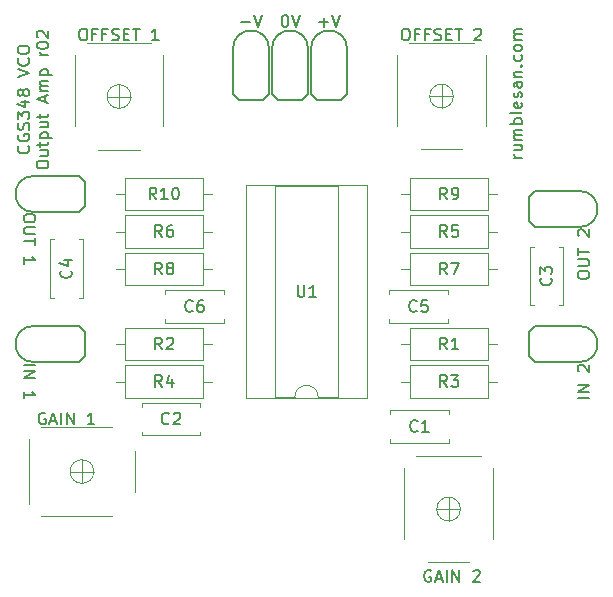
<source format=gto>
%TF.GenerationSoftware,KiCad,Pcbnew,(6.0.0-0)*%
%TF.CreationDate,2022-01-01T23:16:52+00:00*%
%TF.ProjectId,cgs348-vco-output-buffer,63677333-3438-42d7-9663-6f2d6f757470,rev?*%
%TF.SameCoordinates,Original*%
%TF.FileFunction,Legend,Top*%
%TF.FilePolarity,Positive*%
%FSLAX46Y46*%
G04 Gerber Fmt 4.6, Leading zero omitted, Abs format (unit mm)*
G04 Created by KiCad (PCBNEW (6.0.0-0)) date 2022-01-01 23:16:52*
%MOMM*%
%LPD*%
G01*
G04 APERTURE LIST*
%ADD10C,0.150000*%
%ADD11C,0.120000*%
%ADD12C,0.152400*%
G04 APERTURE END LIST*
D10*
X115395476Y-102941428D02*
X116157380Y-102941428D01*
X115776428Y-103322380D02*
X115776428Y-102560476D01*
X116490714Y-102322380D02*
X116824047Y-103322380D01*
X117157380Y-102322380D01*
X91352619Y-119427857D02*
X91352619Y-119618333D01*
X91305000Y-119713571D01*
X91209761Y-119808809D01*
X91019285Y-119856428D01*
X90685952Y-119856428D01*
X90495476Y-119808809D01*
X90400238Y-119713571D01*
X90352619Y-119618333D01*
X90352619Y-119427857D01*
X90400238Y-119332619D01*
X90495476Y-119237380D01*
X90685952Y-119189761D01*
X91019285Y-119189761D01*
X91209761Y-119237380D01*
X91305000Y-119332619D01*
X91352619Y-119427857D01*
X91352619Y-120285000D02*
X90543095Y-120285000D01*
X90447857Y-120332619D01*
X90400238Y-120380238D01*
X90352619Y-120475476D01*
X90352619Y-120665952D01*
X90400238Y-120761190D01*
X90447857Y-120808809D01*
X90543095Y-120856428D01*
X91352619Y-120856428D01*
X91352619Y-121189761D02*
X91352619Y-121761190D01*
X90352619Y-121475476D02*
X91352619Y-121475476D01*
X90352619Y-123380238D02*
X90352619Y-122808809D01*
X90352619Y-123094523D02*
X91352619Y-123094523D01*
X91209761Y-122999285D01*
X91114523Y-122904047D01*
X91066904Y-122808809D01*
X108791476Y-102941428D02*
X109553380Y-102941428D01*
X109886714Y-102322380D02*
X110220047Y-103322380D01*
X110553380Y-102322380D01*
X122610952Y-103465380D02*
X122801428Y-103465380D01*
X122896666Y-103513000D01*
X122991904Y-103608238D01*
X123039523Y-103798714D01*
X123039523Y-104132047D01*
X122991904Y-104322523D01*
X122896666Y-104417761D01*
X122801428Y-104465380D01*
X122610952Y-104465380D01*
X122515714Y-104417761D01*
X122420476Y-104322523D01*
X122372857Y-104132047D01*
X122372857Y-103798714D01*
X122420476Y-103608238D01*
X122515714Y-103513000D01*
X122610952Y-103465380D01*
X123801428Y-103941571D02*
X123468095Y-103941571D01*
X123468095Y-104465380D02*
X123468095Y-103465380D01*
X123944285Y-103465380D01*
X124658571Y-103941571D02*
X124325238Y-103941571D01*
X124325238Y-104465380D02*
X124325238Y-103465380D01*
X124801428Y-103465380D01*
X125134761Y-104417761D02*
X125277619Y-104465380D01*
X125515714Y-104465380D01*
X125610952Y-104417761D01*
X125658571Y-104370142D01*
X125706190Y-104274904D01*
X125706190Y-104179666D01*
X125658571Y-104084428D01*
X125610952Y-104036809D01*
X125515714Y-103989190D01*
X125325238Y-103941571D01*
X125230000Y-103893952D01*
X125182380Y-103846333D01*
X125134761Y-103751095D01*
X125134761Y-103655857D01*
X125182380Y-103560619D01*
X125230000Y-103513000D01*
X125325238Y-103465380D01*
X125563333Y-103465380D01*
X125706190Y-103513000D01*
X126134761Y-103941571D02*
X126468095Y-103941571D01*
X126610952Y-104465380D02*
X126134761Y-104465380D01*
X126134761Y-103465380D01*
X126610952Y-103465380D01*
X126896666Y-103465380D02*
X127468095Y-103465380D01*
X127182380Y-104465380D02*
X127182380Y-103465380D01*
X128515714Y-103560619D02*
X128563333Y-103513000D01*
X128658571Y-103465380D01*
X128896666Y-103465380D01*
X128991904Y-103513000D01*
X129039523Y-103560619D01*
X129087142Y-103655857D01*
X129087142Y-103751095D01*
X129039523Y-103893952D01*
X128468095Y-104465380D01*
X129087142Y-104465380D01*
X124833285Y-149360000D02*
X124738047Y-149312380D01*
X124595190Y-149312380D01*
X124452333Y-149360000D01*
X124357095Y-149455238D01*
X124309476Y-149550476D01*
X124261857Y-149740952D01*
X124261857Y-149883809D01*
X124309476Y-150074285D01*
X124357095Y-150169523D01*
X124452333Y-150264761D01*
X124595190Y-150312380D01*
X124690428Y-150312380D01*
X124833285Y-150264761D01*
X124880904Y-150217142D01*
X124880904Y-149883809D01*
X124690428Y-149883809D01*
X125261857Y-150026666D02*
X125738047Y-150026666D01*
X125166619Y-150312380D02*
X125499952Y-149312380D01*
X125833285Y-150312380D01*
X126166619Y-150312380D02*
X126166619Y-149312380D01*
X126642809Y-150312380D02*
X126642809Y-149312380D01*
X127214238Y-150312380D01*
X127214238Y-149312380D01*
X128404714Y-149407619D02*
X128452333Y-149360000D01*
X128547571Y-149312380D01*
X128785666Y-149312380D01*
X128880904Y-149360000D01*
X128928523Y-149407619D01*
X128976142Y-149502857D01*
X128976142Y-149598095D01*
X128928523Y-149740952D01*
X128357095Y-150312380D01*
X128976142Y-150312380D01*
X90352619Y-131969047D02*
X91352619Y-131969047D01*
X90352619Y-132445238D02*
X91352619Y-132445238D01*
X90352619Y-133016666D01*
X91352619Y-133016666D01*
X90352619Y-134778571D02*
X90352619Y-134207142D01*
X90352619Y-134492857D02*
X91352619Y-134492857D01*
X91209761Y-134397619D01*
X91114523Y-134302380D01*
X91066904Y-134207142D01*
X137247380Y-124412142D02*
X137247380Y-124221666D01*
X137295000Y-124126428D01*
X137390238Y-124031190D01*
X137580714Y-123983571D01*
X137914047Y-123983571D01*
X138104523Y-124031190D01*
X138199761Y-124126428D01*
X138247380Y-124221666D01*
X138247380Y-124412142D01*
X138199761Y-124507380D01*
X138104523Y-124602619D01*
X137914047Y-124650238D01*
X137580714Y-124650238D01*
X137390238Y-124602619D01*
X137295000Y-124507380D01*
X137247380Y-124412142D01*
X137247380Y-123555000D02*
X138056904Y-123555000D01*
X138152142Y-123507380D01*
X138199761Y-123459761D01*
X138247380Y-123364523D01*
X138247380Y-123174047D01*
X138199761Y-123078809D01*
X138152142Y-123031190D01*
X138056904Y-122983571D01*
X137247380Y-122983571D01*
X137247380Y-122650238D02*
X137247380Y-122078809D01*
X138247380Y-122364523D02*
X137247380Y-122364523D01*
X137342619Y-121031190D02*
X137295000Y-120983571D01*
X137247380Y-120888333D01*
X137247380Y-120650238D01*
X137295000Y-120555000D01*
X137342619Y-120507380D01*
X137437857Y-120459761D01*
X137533095Y-120459761D01*
X137675952Y-120507380D01*
X138247380Y-121078809D01*
X138247380Y-120459761D01*
X132532380Y-114394571D02*
X131865714Y-114394571D01*
X132056190Y-114394571D02*
X131960952Y-114346952D01*
X131913333Y-114299333D01*
X131865714Y-114204095D01*
X131865714Y-114108857D01*
X131865714Y-113346952D02*
X132532380Y-113346952D01*
X131865714Y-113775523D02*
X132389523Y-113775523D01*
X132484761Y-113727904D01*
X132532380Y-113632666D01*
X132532380Y-113489809D01*
X132484761Y-113394571D01*
X132437142Y-113346952D01*
X132532380Y-112870761D02*
X131865714Y-112870761D01*
X131960952Y-112870761D02*
X131913333Y-112823142D01*
X131865714Y-112727904D01*
X131865714Y-112585047D01*
X131913333Y-112489809D01*
X132008571Y-112442190D01*
X132532380Y-112442190D01*
X132008571Y-112442190D02*
X131913333Y-112394571D01*
X131865714Y-112299333D01*
X131865714Y-112156476D01*
X131913333Y-112061238D01*
X132008571Y-112013619D01*
X132532380Y-112013619D01*
X132532380Y-111537428D02*
X131532380Y-111537428D01*
X131913333Y-111537428D02*
X131865714Y-111442190D01*
X131865714Y-111251714D01*
X131913333Y-111156476D01*
X131960952Y-111108857D01*
X132056190Y-111061238D01*
X132341904Y-111061238D01*
X132437142Y-111108857D01*
X132484761Y-111156476D01*
X132532380Y-111251714D01*
X132532380Y-111442190D01*
X132484761Y-111537428D01*
X132532380Y-110489809D02*
X132484761Y-110585047D01*
X132389523Y-110632666D01*
X131532380Y-110632666D01*
X132484761Y-109727904D02*
X132532380Y-109823142D01*
X132532380Y-110013619D01*
X132484761Y-110108857D01*
X132389523Y-110156476D01*
X132008571Y-110156476D01*
X131913333Y-110108857D01*
X131865714Y-110013619D01*
X131865714Y-109823142D01*
X131913333Y-109727904D01*
X132008571Y-109680285D01*
X132103809Y-109680285D01*
X132199047Y-110156476D01*
X132484761Y-109299333D02*
X132532380Y-109204095D01*
X132532380Y-109013619D01*
X132484761Y-108918380D01*
X132389523Y-108870761D01*
X132341904Y-108870761D01*
X132246666Y-108918380D01*
X132199047Y-109013619D01*
X132199047Y-109156476D01*
X132151428Y-109251714D01*
X132056190Y-109299333D01*
X132008571Y-109299333D01*
X131913333Y-109251714D01*
X131865714Y-109156476D01*
X131865714Y-109013619D01*
X131913333Y-108918380D01*
X132532380Y-108013619D02*
X132008571Y-108013619D01*
X131913333Y-108061238D01*
X131865714Y-108156476D01*
X131865714Y-108346952D01*
X131913333Y-108442190D01*
X132484761Y-108013619D02*
X132532380Y-108108857D01*
X132532380Y-108346952D01*
X132484761Y-108442190D01*
X132389523Y-108489809D01*
X132294285Y-108489809D01*
X132199047Y-108442190D01*
X132151428Y-108346952D01*
X132151428Y-108108857D01*
X132103809Y-108013619D01*
X131865714Y-107537428D02*
X132532380Y-107537428D01*
X131960952Y-107537428D02*
X131913333Y-107489809D01*
X131865714Y-107394571D01*
X131865714Y-107251714D01*
X131913333Y-107156476D01*
X132008571Y-107108857D01*
X132532380Y-107108857D01*
X132437142Y-106632666D02*
X132484761Y-106585047D01*
X132532380Y-106632666D01*
X132484761Y-106680285D01*
X132437142Y-106632666D01*
X132532380Y-106632666D01*
X132484761Y-105727904D02*
X132532380Y-105823142D01*
X132532380Y-106013619D01*
X132484761Y-106108857D01*
X132437142Y-106156476D01*
X132341904Y-106204095D01*
X132056190Y-106204095D01*
X131960952Y-106156476D01*
X131913333Y-106108857D01*
X131865714Y-106013619D01*
X131865714Y-105823142D01*
X131913333Y-105727904D01*
X132532380Y-105156476D02*
X132484761Y-105251714D01*
X132437142Y-105299333D01*
X132341904Y-105346952D01*
X132056190Y-105346952D01*
X131960952Y-105299333D01*
X131913333Y-105251714D01*
X131865714Y-105156476D01*
X131865714Y-105013619D01*
X131913333Y-104918380D01*
X131960952Y-104870761D01*
X132056190Y-104823142D01*
X132341904Y-104823142D01*
X132437142Y-104870761D01*
X132484761Y-104918380D01*
X132532380Y-105013619D01*
X132532380Y-105156476D01*
X132532380Y-104394571D02*
X131865714Y-104394571D01*
X131960952Y-104394571D02*
X131913333Y-104346952D01*
X131865714Y-104251714D01*
X131865714Y-104108857D01*
X131913333Y-104013619D01*
X132008571Y-103966000D01*
X132532380Y-103966000D01*
X132008571Y-103966000D02*
X131913333Y-103918380D01*
X131865714Y-103823142D01*
X131865714Y-103680285D01*
X131913333Y-103585047D01*
X132008571Y-103537428D01*
X132532380Y-103537428D01*
X112426809Y-102322380D02*
X112522047Y-102322380D01*
X112617285Y-102370000D01*
X112664904Y-102417619D01*
X112712523Y-102512857D01*
X112760142Y-102703333D01*
X112760142Y-102941428D01*
X112712523Y-103131904D01*
X112664904Y-103227142D01*
X112617285Y-103274761D01*
X112522047Y-103322380D01*
X112426809Y-103322380D01*
X112331571Y-103274761D01*
X112283952Y-103227142D01*
X112236333Y-103131904D01*
X112188714Y-102941428D01*
X112188714Y-102703333D01*
X112236333Y-102512857D01*
X112283952Y-102417619D01*
X112331571Y-102370000D01*
X112426809Y-102322380D01*
X113045857Y-102322380D02*
X113379190Y-103322380D01*
X113712523Y-102322380D01*
X92194285Y-136025000D02*
X92099047Y-135977380D01*
X91956190Y-135977380D01*
X91813333Y-136025000D01*
X91718095Y-136120238D01*
X91670476Y-136215476D01*
X91622857Y-136405952D01*
X91622857Y-136548809D01*
X91670476Y-136739285D01*
X91718095Y-136834523D01*
X91813333Y-136929761D01*
X91956190Y-136977380D01*
X92051428Y-136977380D01*
X92194285Y-136929761D01*
X92241904Y-136882142D01*
X92241904Y-136548809D01*
X92051428Y-136548809D01*
X92622857Y-136691666D02*
X93099047Y-136691666D01*
X92527619Y-136977380D02*
X92860952Y-135977380D01*
X93194285Y-136977380D01*
X93527619Y-136977380D02*
X93527619Y-135977380D01*
X94003809Y-136977380D02*
X94003809Y-135977380D01*
X94575238Y-136977380D01*
X94575238Y-135977380D01*
X96337142Y-136977380D02*
X95765714Y-136977380D01*
X96051428Y-136977380D02*
X96051428Y-135977380D01*
X95956190Y-136120238D01*
X95860952Y-136215476D01*
X95765714Y-136263095D01*
X138247380Y-134730952D02*
X137247380Y-134730952D01*
X138247380Y-134254761D02*
X137247380Y-134254761D01*
X138247380Y-133683333D01*
X137247380Y-133683333D01*
X137342619Y-132492857D02*
X137295000Y-132445238D01*
X137247380Y-132350000D01*
X137247380Y-132111904D01*
X137295000Y-132016666D01*
X137342619Y-131969047D01*
X137437857Y-131921428D01*
X137533095Y-131921428D01*
X137675952Y-131969047D01*
X138247380Y-132540476D01*
X138247380Y-131921428D01*
X95305952Y-103465380D02*
X95496428Y-103465380D01*
X95591666Y-103513000D01*
X95686904Y-103608238D01*
X95734523Y-103798714D01*
X95734523Y-104132047D01*
X95686904Y-104322523D01*
X95591666Y-104417761D01*
X95496428Y-104465380D01*
X95305952Y-104465380D01*
X95210714Y-104417761D01*
X95115476Y-104322523D01*
X95067857Y-104132047D01*
X95067857Y-103798714D01*
X95115476Y-103608238D01*
X95210714Y-103513000D01*
X95305952Y-103465380D01*
X96496428Y-103941571D02*
X96163095Y-103941571D01*
X96163095Y-104465380D02*
X96163095Y-103465380D01*
X96639285Y-103465380D01*
X97353571Y-103941571D02*
X97020238Y-103941571D01*
X97020238Y-104465380D02*
X97020238Y-103465380D01*
X97496428Y-103465380D01*
X97829761Y-104417761D02*
X97972619Y-104465380D01*
X98210714Y-104465380D01*
X98305952Y-104417761D01*
X98353571Y-104370142D01*
X98401190Y-104274904D01*
X98401190Y-104179666D01*
X98353571Y-104084428D01*
X98305952Y-104036809D01*
X98210714Y-103989190D01*
X98020238Y-103941571D01*
X97925000Y-103893952D01*
X97877380Y-103846333D01*
X97829761Y-103751095D01*
X97829761Y-103655857D01*
X97877380Y-103560619D01*
X97925000Y-103513000D01*
X98020238Y-103465380D01*
X98258333Y-103465380D01*
X98401190Y-103513000D01*
X98829761Y-103941571D02*
X99163095Y-103941571D01*
X99305952Y-104465380D02*
X98829761Y-104465380D01*
X98829761Y-103465380D01*
X99305952Y-103465380D01*
X99591666Y-103465380D02*
X100163095Y-103465380D01*
X99877380Y-104465380D02*
X99877380Y-103465380D01*
X101782142Y-104465380D02*
X101210714Y-104465380D01*
X101496428Y-104465380D02*
X101496428Y-103465380D01*
X101401190Y-103608238D01*
X101305952Y-103703476D01*
X101210714Y-103751095D01*
X90738142Y-113402571D02*
X90785761Y-113450190D01*
X90833380Y-113593047D01*
X90833380Y-113688285D01*
X90785761Y-113831142D01*
X90690523Y-113926380D01*
X90595285Y-113974000D01*
X90404809Y-114021619D01*
X90261952Y-114021619D01*
X90071476Y-113974000D01*
X89976238Y-113926380D01*
X89881000Y-113831142D01*
X89833380Y-113688285D01*
X89833380Y-113593047D01*
X89881000Y-113450190D01*
X89928619Y-113402571D01*
X89881000Y-112450190D02*
X89833380Y-112545428D01*
X89833380Y-112688285D01*
X89881000Y-112831142D01*
X89976238Y-112926380D01*
X90071476Y-112974000D01*
X90261952Y-113021619D01*
X90404809Y-113021619D01*
X90595285Y-112974000D01*
X90690523Y-112926380D01*
X90785761Y-112831142D01*
X90833380Y-112688285D01*
X90833380Y-112593047D01*
X90785761Y-112450190D01*
X90738142Y-112402571D01*
X90404809Y-112402571D01*
X90404809Y-112593047D01*
X90785761Y-112021619D02*
X90833380Y-111878761D01*
X90833380Y-111640666D01*
X90785761Y-111545428D01*
X90738142Y-111497809D01*
X90642904Y-111450190D01*
X90547666Y-111450190D01*
X90452428Y-111497809D01*
X90404809Y-111545428D01*
X90357190Y-111640666D01*
X90309571Y-111831142D01*
X90261952Y-111926380D01*
X90214333Y-111974000D01*
X90119095Y-112021619D01*
X90023857Y-112021619D01*
X89928619Y-111974000D01*
X89881000Y-111926380D01*
X89833380Y-111831142D01*
X89833380Y-111593047D01*
X89881000Y-111450190D01*
X89833380Y-111116857D02*
X89833380Y-110497809D01*
X90214333Y-110831142D01*
X90214333Y-110688285D01*
X90261952Y-110593047D01*
X90309571Y-110545428D01*
X90404809Y-110497809D01*
X90642904Y-110497809D01*
X90738142Y-110545428D01*
X90785761Y-110593047D01*
X90833380Y-110688285D01*
X90833380Y-110974000D01*
X90785761Y-111069238D01*
X90738142Y-111116857D01*
X90166714Y-109640666D02*
X90833380Y-109640666D01*
X89785761Y-109878761D02*
X90500047Y-110116857D01*
X90500047Y-109497809D01*
X90261952Y-108974000D02*
X90214333Y-109069238D01*
X90166714Y-109116857D01*
X90071476Y-109164476D01*
X90023857Y-109164476D01*
X89928619Y-109116857D01*
X89881000Y-109069238D01*
X89833380Y-108974000D01*
X89833380Y-108783523D01*
X89881000Y-108688285D01*
X89928619Y-108640666D01*
X90023857Y-108593047D01*
X90071476Y-108593047D01*
X90166714Y-108640666D01*
X90214333Y-108688285D01*
X90261952Y-108783523D01*
X90261952Y-108974000D01*
X90309571Y-109069238D01*
X90357190Y-109116857D01*
X90452428Y-109164476D01*
X90642904Y-109164476D01*
X90738142Y-109116857D01*
X90785761Y-109069238D01*
X90833380Y-108974000D01*
X90833380Y-108783523D01*
X90785761Y-108688285D01*
X90738142Y-108640666D01*
X90642904Y-108593047D01*
X90452428Y-108593047D01*
X90357190Y-108640666D01*
X90309571Y-108688285D01*
X90261952Y-108783523D01*
X89833380Y-107545428D02*
X90833380Y-107212095D01*
X89833380Y-106878761D01*
X90738142Y-105974000D02*
X90785761Y-106021619D01*
X90833380Y-106164476D01*
X90833380Y-106259714D01*
X90785761Y-106402571D01*
X90690523Y-106497809D01*
X90595285Y-106545428D01*
X90404809Y-106593047D01*
X90261952Y-106593047D01*
X90071476Y-106545428D01*
X89976238Y-106497809D01*
X89881000Y-106402571D01*
X89833380Y-106259714D01*
X89833380Y-106164476D01*
X89881000Y-106021619D01*
X89928619Y-105974000D01*
X89833380Y-105354952D02*
X89833380Y-105164476D01*
X89881000Y-105069238D01*
X89976238Y-104974000D01*
X90166714Y-104926380D01*
X90500047Y-104926380D01*
X90690523Y-104974000D01*
X90785761Y-105069238D01*
X90833380Y-105164476D01*
X90833380Y-105354952D01*
X90785761Y-105450190D01*
X90690523Y-105545428D01*
X90500047Y-105593047D01*
X90166714Y-105593047D01*
X89976238Y-105545428D01*
X89881000Y-105450190D01*
X89833380Y-105354952D01*
X91443380Y-115069238D02*
X91443380Y-114878761D01*
X91491000Y-114783523D01*
X91586238Y-114688285D01*
X91776714Y-114640666D01*
X92110047Y-114640666D01*
X92300523Y-114688285D01*
X92395761Y-114783523D01*
X92443380Y-114878761D01*
X92443380Y-115069238D01*
X92395761Y-115164476D01*
X92300523Y-115259714D01*
X92110047Y-115307333D01*
X91776714Y-115307333D01*
X91586238Y-115259714D01*
X91491000Y-115164476D01*
X91443380Y-115069238D01*
X91776714Y-113783523D02*
X92443380Y-113783523D01*
X91776714Y-114212095D02*
X92300523Y-114212095D01*
X92395761Y-114164476D01*
X92443380Y-114069238D01*
X92443380Y-113926380D01*
X92395761Y-113831142D01*
X92348142Y-113783523D01*
X91776714Y-113450190D02*
X91776714Y-113069238D01*
X91443380Y-113307333D02*
X92300523Y-113307333D01*
X92395761Y-113259714D01*
X92443380Y-113164476D01*
X92443380Y-113069238D01*
X91776714Y-112735904D02*
X92776714Y-112735904D01*
X91824333Y-112735904D02*
X91776714Y-112640666D01*
X91776714Y-112450190D01*
X91824333Y-112354952D01*
X91871952Y-112307333D01*
X91967190Y-112259714D01*
X92252904Y-112259714D01*
X92348142Y-112307333D01*
X92395761Y-112354952D01*
X92443380Y-112450190D01*
X92443380Y-112640666D01*
X92395761Y-112735904D01*
X91776714Y-111402571D02*
X92443380Y-111402571D01*
X91776714Y-111831142D02*
X92300523Y-111831142D01*
X92395761Y-111783523D01*
X92443380Y-111688285D01*
X92443380Y-111545428D01*
X92395761Y-111450190D01*
X92348142Y-111402571D01*
X91776714Y-111069238D02*
X91776714Y-110688285D01*
X91443380Y-110926380D02*
X92300523Y-110926380D01*
X92395761Y-110878761D01*
X92443380Y-110783523D01*
X92443380Y-110688285D01*
X92157666Y-109640666D02*
X92157666Y-109164476D01*
X92443380Y-109735904D02*
X91443380Y-109402571D01*
X92443380Y-109069238D01*
X92443380Y-108735904D02*
X91776714Y-108735904D01*
X91871952Y-108735904D02*
X91824333Y-108688285D01*
X91776714Y-108593047D01*
X91776714Y-108450190D01*
X91824333Y-108354952D01*
X91919571Y-108307333D01*
X92443380Y-108307333D01*
X91919571Y-108307333D02*
X91824333Y-108259714D01*
X91776714Y-108164476D01*
X91776714Y-108021619D01*
X91824333Y-107926380D01*
X91919571Y-107878761D01*
X92443380Y-107878761D01*
X91776714Y-107402571D02*
X92776714Y-107402571D01*
X91824333Y-107402571D02*
X91776714Y-107307333D01*
X91776714Y-107116857D01*
X91824333Y-107021619D01*
X91871952Y-106974000D01*
X91967190Y-106926380D01*
X92252904Y-106926380D01*
X92348142Y-106974000D01*
X92395761Y-107021619D01*
X92443380Y-107116857D01*
X92443380Y-107307333D01*
X92395761Y-107402571D01*
X92443380Y-105735904D02*
X91776714Y-105735904D01*
X91967190Y-105735904D02*
X91871952Y-105688285D01*
X91824333Y-105640666D01*
X91776714Y-105545428D01*
X91776714Y-105450190D01*
X91443380Y-104926380D02*
X91443380Y-104831142D01*
X91491000Y-104735904D01*
X91538619Y-104688285D01*
X91633857Y-104640666D01*
X91824333Y-104593047D01*
X92062428Y-104593047D01*
X92252904Y-104640666D01*
X92348142Y-104688285D01*
X92395761Y-104735904D01*
X92443380Y-104831142D01*
X92443380Y-104926380D01*
X92395761Y-105021619D01*
X92348142Y-105069238D01*
X92252904Y-105116857D01*
X92062428Y-105164476D01*
X91824333Y-105164476D01*
X91633857Y-105116857D01*
X91538619Y-105069238D01*
X91491000Y-105021619D01*
X91443380Y-104926380D01*
X91538619Y-104212095D02*
X91491000Y-104164476D01*
X91443380Y-104069238D01*
X91443380Y-103831142D01*
X91491000Y-103735904D01*
X91538619Y-103688285D01*
X91633857Y-103640666D01*
X91729095Y-103640666D01*
X91871952Y-103688285D01*
X92443380Y-104259714D01*
X92443380Y-103640666D01*
%TO.C,C1*%
X123698333Y-137517142D02*
X123650714Y-137564761D01*
X123507857Y-137612380D01*
X123412619Y-137612380D01*
X123269761Y-137564761D01*
X123174523Y-137469523D01*
X123126904Y-137374285D01*
X123079285Y-137183809D01*
X123079285Y-137040952D01*
X123126904Y-136850476D01*
X123174523Y-136755238D01*
X123269761Y-136660000D01*
X123412619Y-136612380D01*
X123507857Y-136612380D01*
X123650714Y-136660000D01*
X123698333Y-136707619D01*
X124650714Y-137612380D02*
X124079285Y-137612380D01*
X124365000Y-137612380D02*
X124365000Y-136612380D01*
X124269761Y-136755238D01*
X124174523Y-136850476D01*
X124079285Y-136898095D01*
%TO.C,C2*%
X102663333Y-136882142D02*
X102615714Y-136929761D01*
X102472857Y-136977380D01*
X102377619Y-136977380D01*
X102234761Y-136929761D01*
X102139523Y-136834523D01*
X102091904Y-136739285D01*
X102044285Y-136548809D01*
X102044285Y-136405952D01*
X102091904Y-136215476D01*
X102139523Y-136120238D01*
X102234761Y-136025000D01*
X102377619Y-135977380D01*
X102472857Y-135977380D01*
X102615714Y-136025000D01*
X102663333Y-136072619D01*
X103044285Y-136072619D02*
X103091904Y-136025000D01*
X103187142Y-135977380D01*
X103425238Y-135977380D01*
X103520476Y-136025000D01*
X103568095Y-136072619D01*
X103615714Y-136167857D01*
X103615714Y-136263095D01*
X103568095Y-136405952D01*
X102996666Y-136977380D01*
X103615714Y-136977380D01*
%TO.C,R1*%
X126198333Y-130627380D02*
X125865000Y-130151190D01*
X125626904Y-130627380D02*
X125626904Y-129627380D01*
X126007857Y-129627380D01*
X126103095Y-129675000D01*
X126150714Y-129722619D01*
X126198333Y-129817857D01*
X126198333Y-129960714D01*
X126150714Y-130055952D01*
X126103095Y-130103571D01*
X126007857Y-130151190D01*
X125626904Y-130151190D01*
X127150714Y-130627380D02*
X126579285Y-130627380D01*
X126865000Y-130627380D02*
X126865000Y-129627380D01*
X126769761Y-129770238D01*
X126674523Y-129865476D01*
X126579285Y-129913095D01*
%TO.C,R2*%
X102068333Y-130627380D02*
X101735000Y-130151190D01*
X101496904Y-130627380D02*
X101496904Y-129627380D01*
X101877857Y-129627380D01*
X101973095Y-129675000D01*
X102020714Y-129722619D01*
X102068333Y-129817857D01*
X102068333Y-129960714D01*
X102020714Y-130055952D01*
X101973095Y-130103571D01*
X101877857Y-130151190D01*
X101496904Y-130151190D01*
X102449285Y-129722619D02*
X102496904Y-129675000D01*
X102592142Y-129627380D01*
X102830238Y-129627380D01*
X102925476Y-129675000D01*
X102973095Y-129722619D01*
X103020714Y-129817857D01*
X103020714Y-129913095D01*
X102973095Y-130055952D01*
X102401666Y-130627380D01*
X103020714Y-130627380D01*
%TO.C,R3*%
X126198333Y-133802380D02*
X125865000Y-133326190D01*
X125626904Y-133802380D02*
X125626904Y-132802380D01*
X126007857Y-132802380D01*
X126103095Y-132850000D01*
X126150714Y-132897619D01*
X126198333Y-132992857D01*
X126198333Y-133135714D01*
X126150714Y-133230952D01*
X126103095Y-133278571D01*
X126007857Y-133326190D01*
X125626904Y-133326190D01*
X126531666Y-132802380D02*
X127150714Y-132802380D01*
X126817380Y-133183333D01*
X126960238Y-133183333D01*
X127055476Y-133230952D01*
X127103095Y-133278571D01*
X127150714Y-133373809D01*
X127150714Y-133611904D01*
X127103095Y-133707142D01*
X127055476Y-133754761D01*
X126960238Y-133802380D01*
X126674523Y-133802380D01*
X126579285Y-133754761D01*
X126531666Y-133707142D01*
%TO.C,R4*%
X102068333Y-133802380D02*
X101735000Y-133326190D01*
X101496904Y-133802380D02*
X101496904Y-132802380D01*
X101877857Y-132802380D01*
X101973095Y-132850000D01*
X102020714Y-132897619D01*
X102068333Y-132992857D01*
X102068333Y-133135714D01*
X102020714Y-133230952D01*
X101973095Y-133278571D01*
X101877857Y-133326190D01*
X101496904Y-133326190D01*
X102925476Y-133135714D02*
X102925476Y-133802380D01*
X102687380Y-132754761D02*
X102449285Y-133469047D01*
X103068333Y-133469047D01*
%TO.C,R5*%
X126198333Y-121102380D02*
X125865000Y-120626190D01*
X125626904Y-121102380D02*
X125626904Y-120102380D01*
X126007857Y-120102380D01*
X126103095Y-120150000D01*
X126150714Y-120197619D01*
X126198333Y-120292857D01*
X126198333Y-120435714D01*
X126150714Y-120530952D01*
X126103095Y-120578571D01*
X126007857Y-120626190D01*
X125626904Y-120626190D01*
X127103095Y-120102380D02*
X126626904Y-120102380D01*
X126579285Y-120578571D01*
X126626904Y-120530952D01*
X126722142Y-120483333D01*
X126960238Y-120483333D01*
X127055476Y-120530952D01*
X127103095Y-120578571D01*
X127150714Y-120673809D01*
X127150714Y-120911904D01*
X127103095Y-121007142D01*
X127055476Y-121054761D01*
X126960238Y-121102380D01*
X126722142Y-121102380D01*
X126626904Y-121054761D01*
X126579285Y-121007142D01*
%TO.C,R6*%
X102068333Y-121102380D02*
X101735000Y-120626190D01*
X101496904Y-121102380D02*
X101496904Y-120102380D01*
X101877857Y-120102380D01*
X101973095Y-120150000D01*
X102020714Y-120197619D01*
X102068333Y-120292857D01*
X102068333Y-120435714D01*
X102020714Y-120530952D01*
X101973095Y-120578571D01*
X101877857Y-120626190D01*
X101496904Y-120626190D01*
X102925476Y-120102380D02*
X102735000Y-120102380D01*
X102639761Y-120150000D01*
X102592142Y-120197619D01*
X102496904Y-120340476D01*
X102449285Y-120530952D01*
X102449285Y-120911904D01*
X102496904Y-121007142D01*
X102544523Y-121054761D01*
X102639761Y-121102380D01*
X102830238Y-121102380D01*
X102925476Y-121054761D01*
X102973095Y-121007142D01*
X103020714Y-120911904D01*
X103020714Y-120673809D01*
X102973095Y-120578571D01*
X102925476Y-120530952D01*
X102830238Y-120483333D01*
X102639761Y-120483333D01*
X102544523Y-120530952D01*
X102496904Y-120578571D01*
X102449285Y-120673809D01*
%TO.C,R7*%
X126198333Y-124277380D02*
X125865000Y-123801190D01*
X125626904Y-124277380D02*
X125626904Y-123277380D01*
X126007857Y-123277380D01*
X126103095Y-123325000D01*
X126150714Y-123372619D01*
X126198333Y-123467857D01*
X126198333Y-123610714D01*
X126150714Y-123705952D01*
X126103095Y-123753571D01*
X126007857Y-123801190D01*
X125626904Y-123801190D01*
X126531666Y-123277380D02*
X127198333Y-123277380D01*
X126769761Y-124277380D01*
%TO.C,R8*%
X102068333Y-124277380D02*
X101735000Y-123801190D01*
X101496904Y-124277380D02*
X101496904Y-123277380D01*
X101877857Y-123277380D01*
X101973095Y-123325000D01*
X102020714Y-123372619D01*
X102068333Y-123467857D01*
X102068333Y-123610714D01*
X102020714Y-123705952D01*
X101973095Y-123753571D01*
X101877857Y-123801190D01*
X101496904Y-123801190D01*
X102639761Y-123705952D02*
X102544523Y-123658333D01*
X102496904Y-123610714D01*
X102449285Y-123515476D01*
X102449285Y-123467857D01*
X102496904Y-123372619D01*
X102544523Y-123325000D01*
X102639761Y-123277380D01*
X102830238Y-123277380D01*
X102925476Y-123325000D01*
X102973095Y-123372619D01*
X103020714Y-123467857D01*
X103020714Y-123515476D01*
X102973095Y-123610714D01*
X102925476Y-123658333D01*
X102830238Y-123705952D01*
X102639761Y-123705952D01*
X102544523Y-123753571D01*
X102496904Y-123801190D01*
X102449285Y-123896428D01*
X102449285Y-124086904D01*
X102496904Y-124182142D01*
X102544523Y-124229761D01*
X102639761Y-124277380D01*
X102830238Y-124277380D01*
X102925476Y-124229761D01*
X102973095Y-124182142D01*
X103020714Y-124086904D01*
X103020714Y-123896428D01*
X102973095Y-123801190D01*
X102925476Y-123753571D01*
X102830238Y-123705952D01*
%TO.C,U1*%
X113538095Y-125182380D02*
X113538095Y-125991904D01*
X113585714Y-126087142D01*
X113633333Y-126134761D01*
X113728571Y-126182380D01*
X113919047Y-126182380D01*
X114014285Y-126134761D01*
X114061904Y-126087142D01*
X114109523Y-125991904D01*
X114109523Y-125182380D01*
X115109523Y-126182380D02*
X114538095Y-126182380D01*
X114823809Y-126182380D02*
X114823809Y-125182380D01*
X114728571Y-125325238D01*
X114633333Y-125420476D01*
X114538095Y-125468095D01*
%TO.C,R9*%
X126198333Y-117927380D02*
X125865000Y-117451190D01*
X125626904Y-117927380D02*
X125626904Y-116927380D01*
X126007857Y-116927380D01*
X126103095Y-116975000D01*
X126150714Y-117022619D01*
X126198333Y-117117857D01*
X126198333Y-117260714D01*
X126150714Y-117355952D01*
X126103095Y-117403571D01*
X126007857Y-117451190D01*
X125626904Y-117451190D01*
X126674523Y-117927380D02*
X126865000Y-117927380D01*
X126960238Y-117879761D01*
X127007857Y-117832142D01*
X127103095Y-117689285D01*
X127150714Y-117498809D01*
X127150714Y-117117857D01*
X127103095Y-117022619D01*
X127055476Y-116975000D01*
X126960238Y-116927380D01*
X126769761Y-116927380D01*
X126674523Y-116975000D01*
X126626904Y-117022619D01*
X126579285Y-117117857D01*
X126579285Y-117355952D01*
X126626904Y-117451190D01*
X126674523Y-117498809D01*
X126769761Y-117546428D01*
X126960238Y-117546428D01*
X127055476Y-117498809D01*
X127103095Y-117451190D01*
X127150714Y-117355952D01*
%TO.C,R10*%
X101592142Y-117927380D02*
X101258809Y-117451190D01*
X101020714Y-117927380D02*
X101020714Y-116927380D01*
X101401666Y-116927380D01*
X101496904Y-116975000D01*
X101544523Y-117022619D01*
X101592142Y-117117857D01*
X101592142Y-117260714D01*
X101544523Y-117355952D01*
X101496904Y-117403571D01*
X101401666Y-117451190D01*
X101020714Y-117451190D01*
X102544523Y-117927380D02*
X101973095Y-117927380D01*
X102258809Y-117927380D02*
X102258809Y-116927380D01*
X102163571Y-117070238D01*
X102068333Y-117165476D01*
X101973095Y-117213095D01*
X103163571Y-116927380D02*
X103258809Y-116927380D01*
X103354047Y-116975000D01*
X103401666Y-117022619D01*
X103449285Y-117117857D01*
X103496904Y-117308333D01*
X103496904Y-117546428D01*
X103449285Y-117736904D01*
X103401666Y-117832142D01*
X103354047Y-117879761D01*
X103258809Y-117927380D01*
X103163571Y-117927380D01*
X103068333Y-117879761D01*
X103020714Y-117832142D01*
X102973095Y-117736904D01*
X102925476Y-117546428D01*
X102925476Y-117308333D01*
X102973095Y-117117857D01*
X103020714Y-117022619D01*
X103068333Y-116975000D01*
X103163571Y-116927380D01*
%TO.C,C5*%
X123618333Y-127357142D02*
X123570714Y-127404761D01*
X123427857Y-127452380D01*
X123332619Y-127452380D01*
X123189761Y-127404761D01*
X123094523Y-127309523D01*
X123046904Y-127214285D01*
X122999285Y-127023809D01*
X122999285Y-126880952D01*
X123046904Y-126690476D01*
X123094523Y-126595238D01*
X123189761Y-126500000D01*
X123332619Y-126452380D01*
X123427857Y-126452380D01*
X123570714Y-126500000D01*
X123618333Y-126547619D01*
X124523095Y-126452380D02*
X124046904Y-126452380D01*
X123999285Y-126928571D01*
X124046904Y-126880952D01*
X124142142Y-126833333D01*
X124380238Y-126833333D01*
X124475476Y-126880952D01*
X124523095Y-126928571D01*
X124570714Y-127023809D01*
X124570714Y-127261904D01*
X124523095Y-127357142D01*
X124475476Y-127404761D01*
X124380238Y-127452380D01*
X124142142Y-127452380D01*
X124046904Y-127404761D01*
X123999285Y-127357142D01*
%TO.C,C4*%
X94337142Y-123951666D02*
X94384761Y-123999285D01*
X94432380Y-124142142D01*
X94432380Y-124237380D01*
X94384761Y-124380238D01*
X94289523Y-124475476D01*
X94194285Y-124523095D01*
X94003809Y-124570714D01*
X93860952Y-124570714D01*
X93670476Y-124523095D01*
X93575238Y-124475476D01*
X93480000Y-124380238D01*
X93432380Y-124237380D01*
X93432380Y-124142142D01*
X93480000Y-123999285D01*
X93527619Y-123951666D01*
X93765714Y-123094523D02*
X94432380Y-123094523D01*
X93384761Y-123332619D02*
X94099047Y-123570714D01*
X94099047Y-122951666D01*
%TO.C,C6*%
X104648333Y-127357142D02*
X104600714Y-127404761D01*
X104457857Y-127452380D01*
X104362619Y-127452380D01*
X104219761Y-127404761D01*
X104124523Y-127309523D01*
X104076904Y-127214285D01*
X104029285Y-127023809D01*
X104029285Y-126880952D01*
X104076904Y-126690476D01*
X104124523Y-126595238D01*
X104219761Y-126500000D01*
X104362619Y-126452380D01*
X104457857Y-126452380D01*
X104600714Y-126500000D01*
X104648333Y-126547619D01*
X105505476Y-126452380D02*
X105315000Y-126452380D01*
X105219761Y-126500000D01*
X105172142Y-126547619D01*
X105076904Y-126690476D01*
X105029285Y-126880952D01*
X105029285Y-127261904D01*
X105076904Y-127357142D01*
X105124523Y-127404761D01*
X105219761Y-127452380D01*
X105410238Y-127452380D01*
X105505476Y-127404761D01*
X105553095Y-127357142D01*
X105600714Y-127261904D01*
X105600714Y-127023809D01*
X105553095Y-126928571D01*
X105505476Y-126880952D01*
X105410238Y-126833333D01*
X105219761Y-126833333D01*
X105124523Y-126880952D01*
X105076904Y-126928571D01*
X105029285Y-127023809D01*
%TO.C,C3*%
X134977142Y-124586666D02*
X135024761Y-124634285D01*
X135072380Y-124777142D01*
X135072380Y-124872380D01*
X135024761Y-125015238D01*
X134929523Y-125110476D01*
X134834285Y-125158095D01*
X134643809Y-125205714D01*
X134500952Y-125205714D01*
X134310476Y-125158095D01*
X134215238Y-125110476D01*
X134120000Y-125015238D01*
X134072380Y-124872380D01*
X134072380Y-124777142D01*
X134120000Y-124634285D01*
X134167619Y-124586666D01*
X134072380Y-124253333D02*
X134072380Y-123634285D01*
X134453333Y-123967619D01*
X134453333Y-123824761D01*
X134500952Y-123729523D01*
X134548571Y-123681904D01*
X134643809Y-123634285D01*
X134881904Y-123634285D01*
X134977142Y-123681904D01*
X135024761Y-123729523D01*
X135072380Y-123824761D01*
X135072380Y-124110476D01*
X135024761Y-124205714D01*
X134977142Y-124253333D01*
D11*
%TO.C,C1*%
X126335000Y-136105000D02*
X126335000Y-135790000D01*
X121395000Y-136105000D02*
X121395000Y-135790000D01*
X126335000Y-138530000D02*
X126335000Y-138215000D01*
X126335000Y-138530000D02*
X121395000Y-138530000D01*
X121395000Y-138530000D02*
X121395000Y-138215000D01*
X126335000Y-135790000D02*
X121395000Y-135790000D01*
%TO.C,C2*%
X100360000Y-135155000D02*
X100360000Y-135470000D01*
X100360000Y-137895000D02*
X105300000Y-137895000D01*
X100360000Y-135155000D02*
X105300000Y-135155000D01*
X105300000Y-137580000D02*
X105300000Y-137895000D01*
X100360000Y-137580000D02*
X100360000Y-137895000D01*
X105300000Y-135155000D02*
X105300000Y-135470000D01*
D12*
%TO.C,J1*%
X133604000Y-128651000D02*
X133096000Y-129159000D01*
X133604000Y-131699000D02*
X137414000Y-131699000D01*
X133096000Y-129159000D02*
X133096000Y-131191000D01*
X133096000Y-131191000D02*
X133604000Y-131699000D01*
X137414000Y-128651000D02*
X133604000Y-128651000D01*
X137414000Y-131699000D02*
G75*
G03*
X137414000Y-128651000I0J1524000D01*
G01*
%TO.C,J2*%
X95504000Y-129159000D02*
X94996000Y-128651000D01*
X91186000Y-131699000D02*
X94996000Y-131699000D01*
X95504000Y-131191000D02*
X95504000Y-129159000D01*
X94996000Y-128651000D02*
X91186000Y-128651000D01*
X94996000Y-131699000D02*
X95504000Y-131191000D01*
X91186000Y-128651000D02*
G75*
G03*
X91186000Y-131699000I0J-1524000D01*
G01*
%TO.C,J3*%
X133096000Y-119761000D02*
X133604000Y-120269000D01*
X137414000Y-117221000D02*
X133604000Y-117221000D01*
X133604000Y-117221000D02*
X133096000Y-117729000D01*
X133604000Y-120269000D02*
X137414000Y-120269000D01*
X133096000Y-117729000D02*
X133096000Y-119761000D01*
X137414000Y-120269000D02*
G75*
G03*
X137414000Y-117221000I0J1524000D01*
G01*
%TO.C,J4*%
X95504000Y-116459000D02*
X94996000Y-115951000D01*
X95504000Y-118491000D02*
X95504000Y-116459000D01*
X91186000Y-118999000D02*
X94996000Y-118999000D01*
X94996000Y-115951000D02*
X91186000Y-115951000D01*
X94996000Y-118999000D02*
X95504000Y-118491000D01*
X91186000Y-115951000D02*
G75*
G03*
X91186000Y-118999000I0J-1524000D01*
G01*
%TO.C,J5*%
X111887000Y-109474000D02*
X113919000Y-109474000D01*
X111379000Y-105156000D02*
X111379000Y-108966000D01*
X108585000Y-109474000D02*
X110617000Y-109474000D01*
X113919000Y-109474000D02*
X114427000Y-108966000D01*
X110617000Y-109474000D02*
X111125000Y-108966000D01*
X111379000Y-108966000D02*
X111887000Y-109474000D01*
X115189000Y-109474000D02*
X117221000Y-109474000D01*
X114681000Y-108966000D02*
X115189000Y-109474000D01*
X108077000Y-108966000D02*
X108585000Y-109474000D01*
X114427000Y-108966000D02*
X114427000Y-105156000D01*
X117221000Y-109474000D02*
X117729000Y-108966000D01*
X108077000Y-105156000D02*
X108077000Y-108966000D01*
X117729000Y-108966000D02*
X117729000Y-105156000D01*
X114681000Y-105156000D02*
X114681000Y-108966000D01*
X111125000Y-108966000D02*
X111125000Y-105156000D01*
X114427000Y-105156000D02*
G75*
G03*
X111379000Y-105156000I-1524000J0D01*
G01*
X117729000Y-105156000D02*
G75*
G03*
X114681000Y-105156000I-1524000J0D01*
G01*
X111125000Y-105156000D02*
G75*
G03*
X108077000Y-105156000I-1524000J0D01*
G01*
D11*
%TO.C,R1*%
X123095000Y-128805000D02*
X123095000Y-131545000D01*
X123095000Y-131545000D02*
X129635000Y-131545000D01*
X129635000Y-128805000D02*
X123095000Y-128805000D01*
X130405000Y-130175000D02*
X129635000Y-130175000D01*
X122325000Y-130175000D02*
X123095000Y-130175000D01*
X129635000Y-131545000D02*
X129635000Y-128805000D01*
%TO.C,R2*%
X98965000Y-128805000D02*
X98965000Y-131545000D01*
X105505000Y-131545000D02*
X105505000Y-128805000D01*
X106275000Y-130175000D02*
X105505000Y-130175000D01*
X105505000Y-128805000D02*
X98965000Y-128805000D01*
X98195000Y-130175000D02*
X98965000Y-130175000D01*
X98965000Y-131545000D02*
X105505000Y-131545000D01*
%TO.C,R3*%
X123095000Y-131980000D02*
X123095000Y-134720000D01*
X129635000Y-131980000D02*
X123095000Y-131980000D01*
X130405000Y-133350000D02*
X129635000Y-133350000D01*
X123095000Y-134720000D02*
X129635000Y-134720000D01*
X129635000Y-134720000D02*
X129635000Y-131980000D01*
X122325000Y-133350000D02*
X123095000Y-133350000D01*
%TO.C,R4*%
X105505000Y-134720000D02*
X105505000Y-131980000D01*
X98965000Y-131980000D02*
X98965000Y-134720000D01*
X106275000Y-133350000D02*
X105505000Y-133350000D01*
X105505000Y-131980000D02*
X98965000Y-131980000D01*
X98195000Y-133350000D02*
X98965000Y-133350000D01*
X98965000Y-134720000D02*
X105505000Y-134720000D01*
%TO.C,R5*%
X123095000Y-122020000D02*
X129635000Y-122020000D01*
X123095000Y-119280000D02*
X123095000Y-122020000D01*
X122325000Y-120650000D02*
X123095000Y-120650000D01*
X129635000Y-122020000D02*
X129635000Y-119280000D01*
X130405000Y-120650000D02*
X129635000Y-120650000D01*
X129635000Y-119280000D02*
X123095000Y-119280000D01*
%TO.C,R6*%
X98195000Y-120650000D02*
X98965000Y-120650000D01*
X98965000Y-119280000D02*
X98965000Y-122020000D01*
X105505000Y-119280000D02*
X98965000Y-119280000D01*
X105505000Y-122020000D02*
X105505000Y-119280000D01*
X98965000Y-122020000D02*
X105505000Y-122020000D01*
X106275000Y-120650000D02*
X105505000Y-120650000D01*
%TO.C,R7*%
X130405000Y-123825000D02*
X129635000Y-123825000D01*
X122325000Y-123825000D02*
X123095000Y-123825000D01*
X129635000Y-122455000D02*
X123095000Y-122455000D01*
X123095000Y-125195000D02*
X129635000Y-125195000D01*
X123095000Y-122455000D02*
X123095000Y-125195000D01*
X129635000Y-125195000D02*
X129635000Y-122455000D01*
%TO.C,R8*%
X105505000Y-125195000D02*
X105505000Y-122455000D01*
X106275000Y-123825000D02*
X105505000Y-123825000D01*
X98965000Y-122455000D02*
X98965000Y-125195000D01*
X105505000Y-122455000D02*
X98965000Y-122455000D01*
X98965000Y-125195000D02*
X105505000Y-125195000D01*
X98195000Y-123825000D02*
X98965000Y-123825000D01*
%TO.C,RV1*%
X122575000Y-140645000D02*
X122575000Y-146645000D01*
X126325000Y-145145000D02*
X126325000Y-143145000D01*
X130075000Y-146645000D02*
X130075000Y-140645000D01*
X129075000Y-139645000D02*
X123575000Y-139645000D01*
X128075000Y-148645000D02*
X124575000Y-148645000D01*
X125325000Y-144145000D02*
X127325000Y-144145000D01*
X127325000Y-144145000D02*
G75*
G03*
X127325000Y-144145000I-1000000J0D01*
G01*
%TO.C,RV2*%
X97790000Y-137220000D02*
X91790000Y-137220000D01*
X96290000Y-140970000D02*
X94290000Y-140970000D01*
X91790000Y-144720000D02*
X97790000Y-144720000D01*
X95290000Y-141970000D02*
X95290000Y-139970000D01*
X90790000Y-138220000D02*
X90790000Y-143720000D01*
X99790000Y-139220000D02*
X99790000Y-142720000D01*
X96290000Y-140970000D02*
G75*
G03*
X96290000Y-140970000I-1000000J0D01*
G01*
%TO.C,RV3*%
X125730000Y-110180000D02*
X125730000Y-108180000D01*
X129480000Y-111680000D02*
X129480000Y-105680000D01*
X121980000Y-105680000D02*
X121980000Y-111680000D01*
X127480000Y-113680000D02*
X123980000Y-113680000D01*
X124730000Y-109180000D02*
X126730000Y-109180000D01*
X128480000Y-104680000D02*
X122980000Y-104680000D01*
X126730000Y-109180000D02*
G75*
G03*
X126730000Y-109180000I-1000000J0D01*
G01*
%TO.C,RV4*%
X97425000Y-109220000D02*
X99425000Y-109220000D01*
X101175000Y-104720000D02*
X95675000Y-104720000D01*
X100175000Y-113720000D02*
X96675000Y-113720000D01*
X94675000Y-105720000D02*
X94675000Y-111720000D01*
X102175000Y-111720000D02*
X102175000Y-105720000D01*
X98425000Y-110220000D02*
X98425000Y-108220000D01*
X99425000Y-109220000D02*
G75*
G03*
X99425000Y-109220000I-1000000J0D01*
G01*
%TO.C,U1*%
X111650000Y-134680000D02*
X113300000Y-134680000D01*
X115300000Y-134680000D02*
X116950000Y-134680000D01*
X116950000Y-116780000D02*
X111650000Y-116780000D01*
X111650000Y-116780000D02*
X111650000Y-134680000D01*
X119440000Y-116720000D02*
X109160000Y-116720000D01*
X109160000Y-116720000D02*
X109160000Y-134740000D01*
X109160000Y-134740000D02*
X119440000Y-134740000D01*
X116950000Y-134680000D02*
X116950000Y-116780000D01*
X119440000Y-134740000D02*
X119440000Y-116720000D01*
X115300000Y-134680000D02*
G75*
G03*
X113300000Y-134680000I-1000000J0D01*
G01*
%TO.C,R9*%
X129635000Y-116105000D02*
X123095000Y-116105000D01*
X129635000Y-118845000D02*
X129635000Y-116105000D01*
X123095000Y-116105000D02*
X123095000Y-118845000D01*
X130405000Y-117475000D02*
X129635000Y-117475000D01*
X122325000Y-117475000D02*
X123095000Y-117475000D01*
X123095000Y-118845000D02*
X129635000Y-118845000D01*
%TO.C,R10*%
X105505000Y-118845000D02*
X105505000Y-116105000D01*
X98195000Y-117475000D02*
X98965000Y-117475000D01*
X106275000Y-117475000D02*
X105505000Y-117475000D01*
X98965000Y-118845000D02*
X105505000Y-118845000D01*
X105505000Y-116105000D02*
X98965000Y-116105000D01*
X98965000Y-116105000D02*
X98965000Y-118845000D01*
%TO.C,C5*%
X126255000Y-125630000D02*
X126255000Y-125945000D01*
X121315000Y-125630000D02*
X121315000Y-125945000D01*
X121315000Y-125630000D02*
X126255000Y-125630000D01*
X121315000Y-128055000D02*
X121315000Y-128370000D01*
X121315000Y-128370000D02*
X126255000Y-128370000D01*
X126255000Y-128055000D02*
X126255000Y-128370000D01*
%TO.C,C4*%
X92610000Y-126255000D02*
X92610000Y-121315000D01*
X95035000Y-121315000D02*
X95350000Y-121315000D01*
X95350000Y-126255000D02*
X95350000Y-121315000D01*
X95035000Y-126255000D02*
X95350000Y-126255000D01*
X92610000Y-121315000D02*
X92925000Y-121315000D01*
X92610000Y-126255000D02*
X92925000Y-126255000D01*
%TO.C,C6*%
X102345000Y-128370000D02*
X107285000Y-128370000D01*
X102345000Y-128055000D02*
X102345000Y-128370000D01*
X102345000Y-125630000D02*
X107285000Y-125630000D01*
X107285000Y-125630000D02*
X107285000Y-125945000D01*
X107285000Y-128055000D02*
X107285000Y-128370000D01*
X102345000Y-125630000D02*
X102345000Y-125945000D01*
%TO.C,C3*%
X135675000Y-126890000D02*
X135990000Y-126890000D01*
X133250000Y-126890000D02*
X133250000Y-121950000D01*
X135675000Y-121950000D02*
X135990000Y-121950000D01*
X133250000Y-121950000D02*
X133565000Y-121950000D01*
X133250000Y-126890000D02*
X133565000Y-126890000D01*
X135990000Y-126890000D02*
X135990000Y-121950000D01*
%TD*%
M02*

</source>
